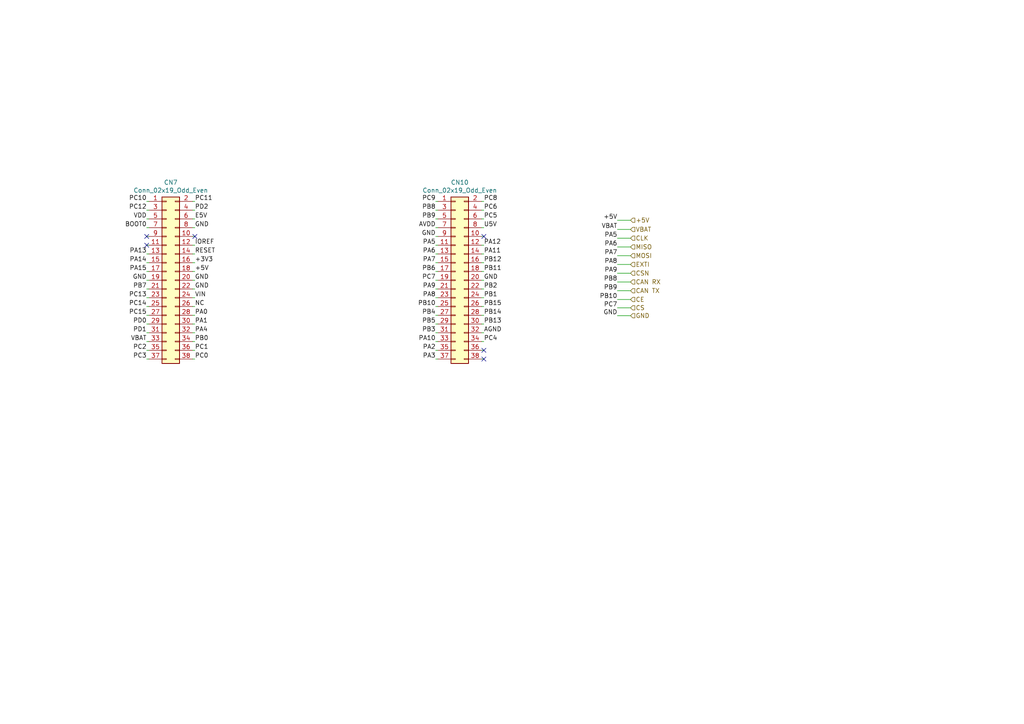
<source format=kicad_sch>
(kicad_sch (version 20211123) (generator eeschema)

  (uuid c264c438-a475-4ad4-9915-0f1e6ecf3053)

  (paper "A4")

  (lib_symbols
    (symbol "Connector_Generic:Conn_02x19_Odd_Even" (pin_names (offset 1.016) hide) (in_bom yes) (on_board yes)
      (property "Reference" "J" (id 0) (at 1.27 25.4 0)
        (effects (font (size 1.27 1.27)))
      )
      (property "Value" "Conn_02x19_Odd_Even" (id 1) (at 1.27 -25.4 0)
        (effects (font (size 1.27 1.27)))
      )
      (property "Footprint" "" (id 2) (at 0 0 0)
        (effects (font (size 1.27 1.27)) hide)
      )
      (property "Datasheet" "~" (id 3) (at 0 0 0)
        (effects (font (size 1.27 1.27)) hide)
      )
      (property "ki_keywords" "connector" (id 4) (at 0 0 0)
        (effects (font (size 1.27 1.27)) hide)
      )
      (property "ki_description" "Generic connector, double row, 02x19, odd/even pin numbering scheme (row 1 odd numbers, row 2 even numbers), script generated (kicad-library-utils/schlib/autogen/connector/)" (id 5) (at 0 0 0)
        (effects (font (size 1.27 1.27)) hide)
      )
      (property "ki_fp_filters" "Connector*:*_2x??_*" (id 6) (at 0 0 0)
        (effects (font (size 1.27 1.27)) hide)
      )
      (symbol "Conn_02x19_Odd_Even_1_1"
        (rectangle (start -1.27 -22.733) (end 0 -22.987)
          (stroke (width 0.1524) (type default) (color 0 0 0 0))
          (fill (type none))
        )
        (rectangle (start -1.27 -20.193) (end 0 -20.447)
          (stroke (width 0.1524) (type default) (color 0 0 0 0))
          (fill (type none))
        )
        (rectangle (start -1.27 -17.653) (end 0 -17.907)
          (stroke (width 0.1524) (type default) (color 0 0 0 0))
          (fill (type none))
        )
        (rectangle (start -1.27 -15.113) (end 0 -15.367)
          (stroke (width 0.1524) (type default) (color 0 0 0 0))
          (fill (type none))
        )
        (rectangle (start -1.27 -12.573) (end 0 -12.827)
          (stroke (width 0.1524) (type default) (color 0 0 0 0))
          (fill (type none))
        )
        (rectangle (start -1.27 -10.033) (end 0 -10.287)
          (stroke (width 0.1524) (type default) (color 0 0 0 0))
          (fill (type none))
        )
        (rectangle (start -1.27 -7.493) (end 0 -7.747)
          (stroke (width 0.1524) (type default) (color 0 0 0 0))
          (fill (type none))
        )
        (rectangle (start -1.27 -4.953) (end 0 -5.207)
          (stroke (width 0.1524) (type default) (color 0 0 0 0))
          (fill (type none))
        )
        (rectangle (start -1.27 -2.413) (end 0 -2.667)
          (stroke (width 0.1524) (type default) (color 0 0 0 0))
          (fill (type none))
        )
        (rectangle (start -1.27 0.127) (end 0 -0.127)
          (stroke (width 0.1524) (type default) (color 0 0 0 0))
          (fill (type none))
        )
        (rectangle (start -1.27 2.667) (end 0 2.413)
          (stroke (width 0.1524) (type default) (color 0 0 0 0))
          (fill (type none))
        )
        (rectangle (start -1.27 5.207) (end 0 4.953)
          (stroke (width 0.1524) (type default) (color 0 0 0 0))
          (fill (type none))
        )
        (rectangle (start -1.27 7.747) (end 0 7.493)
          (stroke (width 0.1524) (type default) (color 0 0 0 0))
          (fill (type none))
        )
        (rectangle (start -1.27 10.287) (end 0 10.033)
          (stroke (width 0.1524) (type default) (color 0 0 0 0))
          (fill (type none))
        )
        (rectangle (start -1.27 12.827) (end 0 12.573)
          (stroke (width 0.1524) (type default) (color 0 0 0 0))
          (fill (type none))
        )
        (rectangle (start -1.27 15.367) (end 0 15.113)
          (stroke (width 0.1524) (type default) (color 0 0 0 0))
          (fill (type none))
        )
        (rectangle (start -1.27 17.907) (end 0 17.653)
          (stroke (width 0.1524) (type default) (color 0 0 0 0))
          (fill (type none))
        )
        (rectangle (start -1.27 20.447) (end 0 20.193)
          (stroke (width 0.1524) (type default) (color 0 0 0 0))
          (fill (type none))
        )
        (rectangle (start -1.27 22.987) (end 0 22.733)
          (stroke (width 0.1524) (type default) (color 0 0 0 0))
          (fill (type none))
        )
        (rectangle (start -1.27 24.13) (end 3.81 -24.13)
          (stroke (width 0.254) (type default) (color 0 0 0 0))
          (fill (type background))
        )
        (rectangle (start 3.81 -22.733) (end 2.54 -22.987)
          (stroke (width 0.1524) (type default) (color 0 0 0 0))
          (fill (type none))
        )
        (rectangle (start 3.81 -20.193) (end 2.54 -20.447)
          (stroke (width 0.1524) (type default) (color 0 0 0 0))
          (fill (type none))
        )
        (rectangle (start 3.81 -17.653) (end 2.54 -17.907)
          (stroke (width 0.1524) (type default) (color 0 0 0 0))
          (fill (type none))
        )
        (rectangle (start 3.81 -15.113) (end 2.54 -15.367)
          (stroke (width 0.1524) (type default) (color 0 0 0 0))
          (fill (type none))
        )
        (rectangle (start 3.81 -12.573) (end 2.54 -12.827)
          (stroke (width 0.1524) (type default) (color 0 0 0 0))
          (fill (type none))
        )
        (rectangle (start 3.81 -10.033) (end 2.54 -10.287)
          (stroke (width 0.1524) (type default) (color 0 0 0 0))
          (fill (type none))
        )
        (rectangle (start 3.81 -7.493) (end 2.54 -7.747)
          (stroke (width 0.1524) (type default) (color 0 0 0 0))
          (fill (type none))
        )
        (rectangle (start 3.81 -4.953) (end 2.54 -5.207)
          (stroke (width 0.1524) (type default) (color 0 0 0 0))
          (fill (type none))
        )
        (rectangle (start 3.81 -2.413) (end 2.54 -2.667)
          (stroke (width 0.1524) (type default) (color 0 0 0 0))
          (fill (type none))
        )
        (rectangle (start 3.81 0.127) (end 2.54 -0.127)
          (stroke (width 0.1524) (type default) (color 0 0 0 0))
          (fill (type none))
        )
        (rectangle (start 3.81 2.667) (end 2.54 2.413)
          (stroke (width 0.1524) (type default) (color 0 0 0 0))
          (fill (type none))
        )
        (rectangle (start 3.81 5.207) (end 2.54 4.953)
          (stroke (width 0.1524) (type default) (color 0 0 0 0))
          (fill (type none))
        )
        (rectangle (start 3.81 7.747) (end 2.54 7.493)
          (stroke (width 0.1524) (type default) (color 0 0 0 0))
          (fill (type none))
        )
        (rectangle (start 3.81 10.287) (end 2.54 10.033)
          (stroke (width 0.1524) (type default) (color 0 0 0 0))
          (fill (type none))
        )
        (rectangle (start 3.81 12.827) (end 2.54 12.573)
          (stroke (width 0.1524) (type default) (color 0 0 0 0))
          (fill (type none))
        )
        (rectangle (start 3.81 15.367) (end 2.54 15.113)
          (stroke (width 0.1524) (type default) (color 0 0 0 0))
          (fill (type none))
        )
        (rectangle (start 3.81 17.907) (end 2.54 17.653)
          (stroke (width 0.1524) (type default) (color 0 0 0 0))
          (fill (type none))
        )
        (rectangle (start 3.81 20.447) (end 2.54 20.193)
          (stroke (width 0.1524) (type default) (color 0 0 0 0))
          (fill (type none))
        )
        (rectangle (start 3.81 22.987) (end 2.54 22.733)
          (stroke (width 0.1524) (type default) (color 0 0 0 0))
          (fill (type none))
        )
        (pin passive line (at -5.08 22.86 0) (length 3.81)
          (name "Pin_1" (effects (font (size 1.27 1.27))))
          (number "1" (effects (font (size 1.27 1.27))))
        )
        (pin passive line (at 7.62 12.7 180) (length 3.81)
          (name "Pin_10" (effects (font (size 1.27 1.27))))
          (number "10" (effects (font (size 1.27 1.27))))
        )
        (pin passive line (at -5.08 10.16 0) (length 3.81)
          (name "Pin_11" (effects (font (size 1.27 1.27))))
          (number "11" (effects (font (size 1.27 1.27))))
        )
        (pin passive line (at 7.62 10.16 180) (length 3.81)
          (name "Pin_12" (effects (font (size 1.27 1.27))))
          (number "12" (effects (font (size 1.27 1.27))))
        )
        (pin passive line (at -5.08 7.62 0) (length 3.81)
          (name "Pin_13" (effects (font (size 1.27 1.27))))
          (number "13" (effects (font (size 1.27 1.27))))
        )
        (pin passive line (at 7.62 7.62 180) (length 3.81)
          (name "Pin_14" (effects (font (size 1.27 1.27))))
          (number "14" (effects (font (size 1.27 1.27))))
        )
        (pin passive line (at -5.08 5.08 0) (length 3.81)
          (name "Pin_15" (effects (font (size 1.27 1.27))))
          (number "15" (effects (font (size 1.27 1.27))))
        )
        (pin passive line (at 7.62 5.08 180) (length 3.81)
          (name "Pin_16" (effects (font (size 1.27 1.27))))
          (number "16" (effects (font (size 1.27 1.27))))
        )
        (pin passive line (at -5.08 2.54 0) (length 3.81)
          (name "Pin_17" (effects (font (size 1.27 1.27))))
          (number "17" (effects (font (size 1.27 1.27))))
        )
        (pin passive line (at 7.62 2.54 180) (length 3.81)
          (name "Pin_18" (effects (font (size 1.27 1.27))))
          (number "18" (effects (font (size 1.27 1.27))))
        )
        (pin passive line (at -5.08 0 0) (length 3.81)
          (name "Pin_19" (effects (font (size 1.27 1.27))))
          (number "19" (effects (font (size 1.27 1.27))))
        )
        (pin passive line (at 7.62 22.86 180) (length 3.81)
          (name "Pin_2" (effects (font (size 1.27 1.27))))
          (number "2" (effects (font (size 1.27 1.27))))
        )
        (pin passive line (at 7.62 0 180) (length 3.81)
          (name "Pin_20" (effects (font (size 1.27 1.27))))
          (number "20" (effects (font (size 1.27 1.27))))
        )
        (pin passive line (at -5.08 -2.54 0) (length 3.81)
          (name "Pin_21" (effects (font (size 1.27 1.27))))
          (number "21" (effects (font (size 1.27 1.27))))
        )
        (pin passive line (at 7.62 -2.54 180) (length 3.81)
          (name "Pin_22" (effects (font (size 1.27 1.27))))
          (number "22" (effects (font (size 1.27 1.27))))
        )
        (pin passive line (at -5.08 -5.08 0) (length 3.81)
          (name "Pin_23" (effects (font (size 1.27 1.27))))
          (number "23" (effects (font (size 1.27 1.27))))
        )
        (pin passive line (at 7.62 -5.08 180) (length 3.81)
          (name "Pin_24" (effects (font (size 1.27 1.27))))
          (number "24" (effects (font (size 1.27 1.27))))
        )
        (pin passive line (at -5.08 -7.62 0) (length 3.81)
          (name "Pin_25" (effects (font (size 1.27 1.27))))
          (number "25" (effects (font (size 1.27 1.27))))
        )
        (pin passive line (at 7.62 -7.62 180) (length 3.81)
          (name "Pin_26" (effects (font (size 1.27 1.27))))
          (number "26" (effects (font (size 1.27 1.27))))
        )
        (pin passive line (at -5.08 -10.16 0) (length 3.81)
          (name "Pin_27" (effects (font (size 1.27 1.27))))
          (number "27" (effects (font (size 1.27 1.27))))
        )
        (pin passive line (at 7.62 -10.16 180) (length 3.81)
          (name "Pin_28" (effects (font (size 1.27 1.27))))
          (number "28" (effects (font (size 1.27 1.27))))
        )
        (pin passive line (at -5.08 -12.7 0) (length 3.81)
          (name "Pin_29" (effects (font (size 1.27 1.27))))
          (number "29" (effects (font (size 1.27 1.27))))
        )
        (pin passive line (at -5.08 20.32 0) (length 3.81)
          (name "Pin_3" (effects (font (size 1.27 1.27))))
          (number "3" (effects (font (size 1.27 1.27))))
        )
        (pin passive line (at 7.62 -12.7 180) (length 3.81)
          (name "Pin_30" (effects (font (size 1.27 1.27))))
          (number "30" (effects (font (size 1.27 1.27))))
        )
        (pin passive line (at -5.08 -15.24 0) (length 3.81)
          (name "Pin_31" (effects (font (size 1.27 1.27))))
          (number "31" (effects (font (size 1.27 1.27))))
        )
        (pin passive line (at 7.62 -15.24 180) (length 3.81)
          (name "Pin_32" (effects (font (size 1.27 1.27))))
          (number "32" (effects (font (size 1.27 1.27))))
        )
        (pin passive line (at -5.08 -17.78 0) (length 3.81)
          (name "Pin_33" (effects (font (size 1.27 1.27))))
          (number "33" (effects (font (size 1.27 1.27))))
        )
        (pin passive line (at 7.62 -17.78 180) (length 3.81)
          (name "Pin_34" (effects (font (size 1.27 1.27))))
          (number "34" (effects (font (size 1.27 1.27))))
        )
        (pin passive line (at -5.08 -20.32 0) (length 3.81)
          (name "Pin_35" (effects (font (size 1.27 1.27))))
          (number "35" (effects (font (size 1.27 1.27))))
        )
        (pin passive line (at 7.62 -20.32 180) (length 3.81)
          (name "Pin_36" (effects (font (size 1.27 1.27))))
          (number "36" (effects (font (size 1.27 1.27))))
        )
        (pin passive line (at -5.08 -22.86 0) (length 3.81)
          (name "Pin_37" (effects (font (size 1.27 1.27))))
          (number "37" (effects (font (size 1.27 1.27))))
        )
        (pin passive line (at 7.62 -22.86 180) (length 3.81)
          (name "Pin_38" (effects (font (size 1.27 1.27))))
          (number "38" (effects (font (size 1.27 1.27))))
        )
        (pin passive line (at 7.62 20.32 180) (length 3.81)
          (name "Pin_4" (effects (font (size 1.27 1.27))))
          (number "4" (effects (font (size 1.27 1.27))))
        )
        (pin passive line (at -5.08 17.78 0) (length 3.81)
          (name "Pin_5" (effects (font (size 1.27 1.27))))
          (number "5" (effects (font (size 1.27 1.27))))
        )
        (pin passive line (at 7.62 17.78 180) (length 3.81)
          (name "Pin_6" (effects (font (size 1.27 1.27))))
          (number "6" (effects (font (size 1.27 1.27))))
        )
        (pin passive line (at -5.08 15.24 0) (length 3.81)
          (name "Pin_7" (effects (font (size 1.27 1.27))))
          (number "7" (effects (font (size 1.27 1.27))))
        )
        (pin passive line (at 7.62 15.24 180) (length 3.81)
          (name "Pin_8" (effects (font (size 1.27 1.27))))
          (number "8" (effects (font (size 1.27 1.27))))
        )
        (pin passive line (at -5.08 12.7 0) (length 3.81)
          (name "Pin_9" (effects (font (size 1.27 1.27))))
          (number "9" (effects (font (size 1.27 1.27))))
        )
      )
    )
  )


  (no_connect (at 140.335 68.58) (uuid 30b0d063-126a-4eed-ba47-4b83bffb5480))
  (no_connect (at 140.335 101.6) (uuid 30b0d063-126a-4eed-ba47-4b83bffb5481))
  (no_connect (at 56.515 68.58) (uuid 30b0d063-126a-4eed-ba47-4b83bffb5482))
  (no_connect (at 42.545 71.12) (uuid 4205b5cb-3da6-4d7d-82b0-16841cdee7c7))
  (no_connect (at 42.545 68.58) (uuid 96fd4a95-657d-4c13-837d-324715a5db4b))
  (no_connect (at 140.335 104.14) (uuid e0169cea-3629-4466-b967-eb2020e14ac5))

  (wire (pts (xy 42.545 78.74) (xy 43.18 78.74))
    (stroke (width 0) (type default) (color 0 0 0 0))
    (uuid 001f7bc6-a2d9-458e-a848-ce098205d771)
  )
  (wire (pts (xy 42.545 71.12) (xy 43.18 71.12))
    (stroke (width 0) (type default) (color 0 0 0 0))
    (uuid 0be6313d-5157-4c56-b54f-3c5e7ea8d653)
  )
  (wire (pts (xy 179.07 66.548) (xy 182.88 66.548))
    (stroke (width 0) (type default) (color 0 0 0 0))
    (uuid 0cc9bf07-55b9-458f-b8aa-41b2f51fa940)
  )
  (wire (pts (xy 55.88 71.12) (xy 56.515 71.12))
    (stroke (width 0) (type default) (color 0 0 0 0))
    (uuid 0d8d602c-ae81-469a-97c6-66c26e83f672)
  )
  (wire (pts (xy 126.365 71.12) (xy 127 71.12))
    (stroke (width 0) (type default) (color 0 0 0 0))
    (uuid 0e9096a0-43b7-4954-83b6-55509daeb709)
  )
  (wire (pts (xy 55.88 96.52) (xy 56.515 96.52))
    (stroke (width 0) (type default) (color 0 0 0 0))
    (uuid 101828dd-7545-40da-bef3-c64a44a6a921)
  )
  (wire (pts (xy 42.545 101.6) (xy 43.18 101.6))
    (stroke (width 0) (type default) (color 0 0 0 0))
    (uuid 133c3f16-31df-463f-ac1d-59e70bc54f74)
  )
  (wire (pts (xy 126.365 91.44) (xy 127 91.44))
    (stroke (width 0) (type default) (color 0 0 0 0))
    (uuid 14874352-2184-405b-b013-12b82b142f0d)
  )
  (wire (pts (xy 42.545 68.58) (xy 43.18 68.58))
    (stroke (width 0) (type default) (color 0 0 0 0))
    (uuid 1c23e44e-e76a-4e94-aa49-6195fcda86f6)
  )
  (wire (pts (xy 42.545 86.36) (xy 43.18 86.36))
    (stroke (width 0) (type default) (color 0 0 0 0))
    (uuid 1c695c73-6684-4afb-b99e-113827452611)
  )
  (wire (pts (xy 55.88 101.6) (xy 56.515 101.6))
    (stroke (width 0) (type default) (color 0 0 0 0))
    (uuid 1fdd8018-88f9-4d99-aabf-1c4bbd1ba4ab)
  )
  (wire (pts (xy 179.07 89.281) (xy 182.88 89.281))
    (stroke (width 0) (type default) (color 0 0 0 0))
    (uuid 235067e2-1686-40fe-a9a0-61704311b2b1)
  )
  (wire (pts (xy 42.545 58.42) (xy 43.18 58.42))
    (stroke (width 0) (type default) (color 0 0 0 0))
    (uuid 29c2f143-19c4-41b7-b885-75fd5c46d07f)
  )
  (wire (pts (xy 42.545 81.28) (xy 43.18 81.28))
    (stroke (width 0) (type default) (color 0 0 0 0))
    (uuid 2d03173b-64f4-413d-bce9-11ad76ebb8a2)
  )
  (wire (pts (xy 179.07 74.168) (xy 182.88 74.168))
    (stroke (width 0) (type default) (color 0 0 0 0))
    (uuid 2de1ffee-2174-41d2-8969-68b8d21e5a7d)
  )
  (wire (pts (xy 42.545 104.14) (xy 43.18 104.14))
    (stroke (width 0) (type default) (color 0 0 0 0))
    (uuid 2f1012af-69f0-4603-bee3-f0dad0b1c5b6)
  )
  (wire (pts (xy 179.07 86.868) (xy 182.88 86.868))
    (stroke (width 0) (type default) (color 0 0 0 0))
    (uuid 31f91ec8-56e4-4e08-9ccd-012652772211)
  )
  (wire (pts (xy 55.88 76.2) (xy 56.515 76.2))
    (stroke (width 0) (type default) (color 0 0 0 0))
    (uuid 344e2779-d3ca-4b8a-a24e-497b4cbd5399)
  )
  (wire (pts (xy 139.7 99.06) (xy 140.335 99.06))
    (stroke (width 0) (type default) (color 0 0 0 0))
    (uuid 346f622d-8d2d-4ff2-b490-c7dbc75f99de)
  )
  (wire (pts (xy 179.07 84.328) (xy 182.88 84.328))
    (stroke (width 0) (type default) (color 0 0 0 0))
    (uuid 34c0bee6-7425-4435-8857-d1fe8dfb6d89)
  )
  (wire (pts (xy 42.545 60.96) (xy 43.18 60.96))
    (stroke (width 0) (type default) (color 0 0 0 0))
    (uuid 3c491408-4bde-42e9-8595-6d40759af826)
  )
  (wire (pts (xy 182.88 81.788) (xy 179.07 81.788))
    (stroke (width 0) (type default) (color 0 0 0 0))
    (uuid 3c9169cc-3a77-4ae0-8afc-cbfc472a28c5)
  )
  (wire (pts (xy 179.07 79.248) (xy 182.88 79.248))
    (stroke (width 0) (type default) (color 0 0 0 0))
    (uuid 3e57b728-64e6-4470-8f27-a43c0dd85050)
  )
  (wire (pts (xy 139.7 68.58) (xy 140.335 68.58))
    (stroke (width 0) (type default) (color 0 0 0 0))
    (uuid 41430684-c315-4eea-961a-9ede4377c347)
  )
  (wire (pts (xy 42.545 88.9) (xy 43.18 88.9))
    (stroke (width 0) (type default) (color 0 0 0 0))
    (uuid 421566d7-92ea-42a4-87c2-de4cbdd16be7)
  )
  (wire (pts (xy 55.88 91.44) (xy 56.515 91.44))
    (stroke (width 0) (type default) (color 0 0 0 0))
    (uuid 46ab3f08-9ed2-4f96-980e-c09bd06a74f4)
  )
  (wire (pts (xy 139.7 78.74) (xy 140.335 78.74))
    (stroke (width 0) (type default) (color 0 0 0 0))
    (uuid 46e43b63-a5cd-4cfc-bf39-f576404081de)
  )
  (wire (pts (xy 139.7 71.12) (xy 140.335 71.12))
    (stroke (width 0) (type default) (color 0 0 0 0))
    (uuid 4b97c735-da95-4fd7-a60e-38eecf00ed9f)
  )
  (wire (pts (xy 55.88 78.74) (xy 56.515 78.74))
    (stroke (width 0) (type default) (color 0 0 0 0))
    (uuid 4f392a4d-d3a2-4527-9681-3948993b3c53)
  )
  (wire (pts (xy 139.7 83.82) (xy 140.335 83.82))
    (stroke (width 0) (type default) (color 0 0 0 0))
    (uuid 50b3fdc6-1522-4c71-a3a7-ab1a86abd8d1)
  )
  (wire (pts (xy 126.365 63.5) (xy 127 63.5))
    (stroke (width 0) (type default) (color 0 0 0 0))
    (uuid 51b18456-8852-4cce-ad37-628dd1c4103a)
  )
  (wire (pts (xy 139.7 96.52) (xy 140.335 96.52))
    (stroke (width 0) (type default) (color 0 0 0 0))
    (uuid 51dae718-2617-4327-804c-2e8c765562be)
  )
  (wire (pts (xy 126.365 101.6) (xy 127 101.6))
    (stroke (width 0) (type default) (color 0 0 0 0))
    (uuid 5742f2a0-4f94-49ce-8407-0d9d7fc66425)
  )
  (wire (pts (xy 126.365 60.96) (xy 127 60.96))
    (stroke (width 0) (type default) (color 0 0 0 0))
    (uuid 5cca369a-4000-4866-9f59-a860c249364d)
  )
  (wire (pts (xy 139.7 63.5) (xy 140.335 63.5))
    (stroke (width 0) (type default) (color 0 0 0 0))
    (uuid 6252e878-2207-46b1-a708-9050bc6b8f82)
  )
  (wire (pts (xy 139.7 60.96) (xy 140.335 60.96))
    (stroke (width 0) (type default) (color 0 0 0 0))
    (uuid 65136ce0-c157-4c6f-8552-a1b1992ceb59)
  )
  (wire (pts (xy 139.7 101.6) (xy 140.335 101.6))
    (stroke (width 0) (type default) (color 0 0 0 0))
    (uuid 676fd6c3-fe15-4c3d-81e1-ab0f8e363129)
  )
  (wire (pts (xy 42.545 83.82) (xy 43.18 83.82))
    (stroke (width 0) (type default) (color 0 0 0 0))
    (uuid 67dbde09-f06f-4f83-86cb-4eecc57a5ae6)
  )
  (wire (pts (xy 126.365 76.2) (xy 127 76.2))
    (stroke (width 0) (type default) (color 0 0 0 0))
    (uuid 68d92a0c-146b-4670-b302-d7feb2ad7aff)
  )
  (wire (pts (xy 179.07 91.567) (xy 182.88 91.567))
    (stroke (width 0) (type default) (color 0 0 0 0))
    (uuid 6cb535a7-247d-4f99-997d-c21b160eadfa)
  )
  (wire (pts (xy 126.365 83.82) (xy 127 83.82))
    (stroke (width 0) (type default) (color 0 0 0 0))
    (uuid 6e25993f-80b9-40d2-ae51-2466d4834a89)
  )
  (wire (pts (xy 55.88 88.9) (xy 56.515 88.9))
    (stroke (width 0) (type default) (color 0 0 0 0))
    (uuid 7071a5ba-391a-4563-9076-6b41b906b436)
  )
  (wire (pts (xy 55.88 73.66) (xy 56.515 73.66))
    (stroke (width 0) (type default) (color 0 0 0 0))
    (uuid 71d52659-683d-45e5-8cac-09da0a6d01b6)
  )
  (wire (pts (xy 139.7 86.36) (xy 140.335 86.36))
    (stroke (width 0) (type default) (color 0 0 0 0))
    (uuid 7279d4ac-8979-420b-a209-34b1011a2ff5)
  )
  (wire (pts (xy 126.365 68.58) (xy 127 68.58))
    (stroke (width 0) (type default) (color 0 0 0 0))
    (uuid 79acba23-42ca-4780-96f5-6c4859ebf847)
  )
  (wire (pts (xy 139.7 88.9) (xy 140.335 88.9))
    (stroke (width 0) (type default) (color 0 0 0 0))
    (uuid 7a9be427-ba6f-4310-a49b-280190aeb9fc)
  )
  (wire (pts (xy 55.88 60.96) (xy 56.515 60.96))
    (stroke (width 0) (type default) (color 0 0 0 0))
    (uuid 7cebb70e-2513-4b38-9998-bc8b9678d032)
  )
  (wire (pts (xy 179.07 76.708) (xy 182.88 76.708))
    (stroke (width 0) (type default) (color 0 0 0 0))
    (uuid 84d4e166-b429-409a-ab37-c6a10fd82ff5)
  )
  (wire (pts (xy 55.88 58.42) (xy 56.515 58.42))
    (stroke (width 0) (type default) (color 0 0 0 0))
    (uuid 84dbf88f-a566-49cb-a76c-2c3da0051450)
  )
  (wire (pts (xy 126.365 104.14) (xy 127 104.14))
    (stroke (width 0) (type default) (color 0 0 0 0))
    (uuid 899c1e66-979b-48d1-91a4-1ad91a1b5d7b)
  )
  (wire (pts (xy 126.365 93.98) (xy 127 93.98))
    (stroke (width 0) (type default) (color 0 0 0 0))
    (uuid 8bbfd18d-bd23-4f04-b89f-a55527866a12)
  )
  (wire (pts (xy 126.365 99.06) (xy 127 99.06))
    (stroke (width 0) (type default) (color 0 0 0 0))
    (uuid 8cb2a28b-f15e-48af-b0e1-a3d562249103)
  )
  (wire (pts (xy 42.545 76.2) (xy 43.18 76.2))
    (stroke (width 0) (type default) (color 0 0 0 0))
    (uuid 8d4cd47b-78c5-4cd7-a494-4c40af87f61a)
  )
  (wire (pts (xy 139.7 104.14) (xy 140.335 104.14))
    (stroke (width 0) (type default) (color 0 0 0 0))
    (uuid 8e923355-a77e-4941-a9bc-ecd0c654f823)
  )
  (wire (pts (xy 139.7 66.04) (xy 140.335 66.04))
    (stroke (width 0) (type default) (color 0 0 0 0))
    (uuid 8fff05e9-d6b6-4dc6-a16e-6f64b4caa625)
  )
  (wire (pts (xy 55.88 83.82) (xy 56.515 83.82))
    (stroke (width 0) (type default) (color 0 0 0 0))
    (uuid 90decd66-947c-48f3-b5cc-139c72597575)
  )
  (wire (pts (xy 55.88 81.28) (xy 56.515 81.28))
    (stroke (width 0) (type default) (color 0 0 0 0))
    (uuid 921c0d9f-62ec-4499-8e99-e92dca343a66)
  )
  (wire (pts (xy 55.88 66.04) (xy 56.515 66.04))
    (stroke (width 0) (type default) (color 0 0 0 0))
    (uuid 95254009-634e-4d56-880f-446c022a099c)
  )
  (wire (pts (xy 42.545 73.66) (xy 43.18 73.66))
    (stroke (width 0) (type default) (color 0 0 0 0))
    (uuid a269d430-358a-4dc6-9bbb-67e650e2f8ab)
  )
  (wire (pts (xy 179.07 63.881) (xy 182.88 63.881))
    (stroke (width 0) (type default) (color 0 0 0 0))
    (uuid a599509f-fbb9-4db4-9adf-9e96bab1138d)
  )
  (wire (pts (xy 179.07 69.088) (xy 182.88 69.088))
    (stroke (width 0) (type default) (color 0 0 0 0))
    (uuid a7f2e97b-29f3-44fd-bf8a-97a3c1528b61)
  )
  (wire (pts (xy 55.88 68.58) (xy 56.515 68.58))
    (stroke (width 0) (type default) (color 0 0 0 0))
    (uuid b3e8ee36-4889-465f-962b-e5f603e0da07)
  )
  (wire (pts (xy 55.88 63.5) (xy 56.515 63.5))
    (stroke (width 0) (type default) (color 0 0 0 0))
    (uuid c49de291-4f40-4b4a-a42d-a9218ebf31a4)
  )
  (wire (pts (xy 126.365 66.04) (xy 127 66.04))
    (stroke (width 0) (type default) (color 0 0 0 0))
    (uuid c7ef989b-f153-42af-a4c4-b1a9245ffc07)
  )
  (wire (pts (xy 139.7 91.44) (xy 140.335 91.44))
    (stroke (width 0) (type default) (color 0 0 0 0))
    (uuid c88c9048-0b08-4075-93d3-ca65c9ab9bec)
  )
  (wire (pts (xy 42.545 66.04) (xy 43.18 66.04))
    (stroke (width 0) (type default) (color 0 0 0 0))
    (uuid ca74cfc4-c236-4acf-a39d-e611501f25ff)
  )
  (wire (pts (xy 55.88 104.14) (xy 56.515 104.14))
    (stroke (width 0) (type default) (color 0 0 0 0))
    (uuid cc4251e2-ce35-4b5c-8e12-3c56db3952f3)
  )
  (wire (pts (xy 126.365 88.9) (xy 127 88.9))
    (stroke (width 0) (type default) (color 0 0 0 0))
    (uuid cf88092c-7bce-4684-b2d2-b431b9685586)
  )
  (wire (pts (xy 139.7 58.42) (xy 140.335 58.42))
    (stroke (width 0) (type default) (color 0 0 0 0))
    (uuid cfced35f-9e1f-4634-8976-099d5ed82eea)
  )
  (wire (pts (xy 126.365 86.36) (xy 127 86.36))
    (stroke (width 0) (type default) (color 0 0 0 0))
    (uuid d224966f-6d10-4fd7-8a0b-316a960ce735)
  )
  (wire (pts (xy 126.365 78.74) (xy 127 78.74))
    (stroke (width 0) (type default) (color 0 0 0 0))
    (uuid d49f803e-e6c7-4f21-af0d-39ee84dad7e2)
  )
  (wire (pts (xy 139.7 93.98) (xy 140.335 93.98))
    (stroke (width 0) (type default) (color 0 0 0 0))
    (uuid d784d685-9cf8-48be-9837-eb944ed520d8)
  )
  (wire (pts (xy 55.88 99.06) (xy 56.515 99.06))
    (stroke (width 0) (type default) (color 0 0 0 0))
    (uuid daa2a965-d8c0-4666-9e71-9b9e0de6b84b)
  )
  (wire (pts (xy 42.545 93.98) (xy 43.18 93.98))
    (stroke (width 0) (type default) (color 0 0 0 0))
    (uuid db68d417-8c3f-4d02-8d92-2d8294118dc1)
  )
  (wire (pts (xy 139.7 76.2) (xy 140.335 76.2))
    (stroke (width 0) (type default) (color 0 0 0 0))
    (uuid dc5a0120-bded-48b6-b52d-3949771357f7)
  )
  (wire (pts (xy 126.365 58.42) (xy 127 58.42))
    (stroke (width 0) (type default) (color 0 0 0 0))
    (uuid dd8f0a6b-b51a-481b-ab21-b20365d52ba5)
  )
  (wire (pts (xy 139.7 73.66) (xy 140.335 73.66))
    (stroke (width 0) (type default) (color 0 0 0 0))
    (uuid e07318f2-a1ec-4fea-b055-915a0acf6187)
  )
  (wire (pts (xy 55.88 86.36) (xy 56.515 86.36))
    (stroke (width 0) (type default) (color 0 0 0 0))
    (uuid e0fdafdd-b203-406e-be30-5367c57a0b84)
  )
  (wire (pts (xy 42.545 63.5) (xy 43.18 63.5))
    (stroke (width 0) (type default) (color 0 0 0 0))
    (uuid e58dadef-b63c-4639-942e-b3841f663f27)
  )
  (wire (pts (xy 179.07 71.628) (xy 182.88 71.628))
    (stroke (width 0) (type default) (color 0 0 0 0))
    (uuid e87738fc-e372-4c48-9de9-398fd8b4874c)
  )
  (wire (pts (xy 126.365 73.66) (xy 127 73.66))
    (stroke (width 0) (type default) (color 0 0 0 0))
    (uuid e9e9ef29-10c7-407e-b0e3-ab970ce143df)
  )
  (wire (pts (xy 42.545 91.44) (xy 43.18 91.44))
    (stroke (width 0) (type default) (color 0 0 0 0))
    (uuid eb9614b2-8275-433c-87bf-8e651c248c9b)
  )
  (wire (pts (xy 55.88 93.98) (xy 56.515 93.98))
    (stroke (width 0) (type default) (color 0 0 0 0))
    (uuid ebe7d2c1-2b93-4ec2-b17d-948d2b0daed2)
  )
  (wire (pts (xy 126.365 81.28) (xy 127 81.28))
    (stroke (width 0) (type default) (color 0 0 0 0))
    (uuid f5827182-ceb9-4881-92e5-f1ee488430d0)
  )
  (wire (pts (xy 139.7 81.28) (xy 140.335 81.28))
    (stroke (width 0) (type default) (color 0 0 0 0))
    (uuid f7627adf-0789-4478-9350-cb5b6187ffa7)
  )
  (wire (pts (xy 42.545 96.52) (xy 43.18 96.52))
    (stroke (width 0) (type default) (color 0 0 0 0))
    (uuid f86b973b-bbe4-4041-8efe-650ad5189085)
  )
  (wire (pts (xy 126.365 96.52) (xy 127 96.52))
    (stroke (width 0) (type default) (color 0 0 0 0))
    (uuid fac6b0a0-7233-40a8-be4c-ac5bed0f973f)
  )
  (wire (pts (xy 42.545 99.06) (xy 43.18 99.06))
    (stroke (width 0) (type default) (color 0 0 0 0))
    (uuid fcee77ae-1131-4b54-b2c9-ce86a1e232bf)
  )

  (label "PC7" (at 126.365 81.28 180)
    (effects (font (size 1.27 1.27)) (justify right bottom))
    (uuid 026ed613-bc24-4f3c-ab38-34297a1c9d96)
  )
  (label "VIN" (at 56.515 86.36 0)
    (effects (font (size 1.27 1.27)) (justify left bottom))
    (uuid 03b222f2-b421-4321-bd3f-6d6f6cf41dce)
  )
  (label "PA8" (at 126.365 86.36 180)
    (effects (font (size 1.27 1.27)) (justify right bottom))
    (uuid 04a7b8e8-9c70-4cbb-9cf9-a0493691c8ae)
  )
  (label "PA4" (at 56.515 96.52 0)
    (effects (font (size 1.27 1.27)) (justify left bottom))
    (uuid 05af8abe-1183-452c-805a-9d3d3d5e16a0)
  )
  (label "PA6" (at 126.365 73.66 180)
    (effects (font (size 1.27 1.27)) (justify right bottom))
    (uuid 07370b27-158a-4455-a1fb-45de038393a4)
  )
  (label "VBAT" (at 42.545 99.06 180)
    (effects (font (size 1.27 1.27)) (justify right bottom))
    (uuid 0a66bed4-3e5d-4a2f-878f-1d43cbc7a6c9)
  )
  (label "PC3" (at 42.545 104.14 180)
    (effects (font (size 1.27 1.27)) (justify right bottom))
    (uuid 0d30cd09-d09b-45fc-b775-4788a946f1c9)
  )
  (label "PB1" (at 140.335 86.36 0)
    (effects (font (size 1.27 1.27)) (justify left bottom))
    (uuid 0e02695e-3c9c-4c35-b6f3-e46f272b008b)
  )
  (label "GND" (at 140.335 81.28 0)
    (effects (font (size 1.27 1.27)) (justify left bottom))
    (uuid 0f64a019-e0fb-4cbe-bbee-459b093c5c66)
  )
  (label "E5V" (at 56.515 63.5 0)
    (effects (font (size 1.27 1.27)) (justify left bottom))
    (uuid 16965477-0b5e-467d-928c-8cd018e8eafd)
  )
  (label "PB14" (at 140.335 91.44 0)
    (effects (font (size 1.27 1.27)) (justify left bottom))
    (uuid 1891a343-2c95-4c2a-b897-4ca130a4d929)
  )
  (label "PC14" (at 42.545 88.9 180)
    (effects (font (size 1.27 1.27)) (justify right bottom))
    (uuid 1ae021f3-f59e-42da-80cc-ffc64d9d0674)
  )
  (label "GND" (at 179.07 91.567 180)
    (effects (font (size 1.27 1.27)) (justify right bottom))
    (uuid 1cb22080-0f59-4c18-a6e6-8685ef44ec53)
  )
  (label "PB2" (at 140.335 83.82 0)
    (effects (font (size 1.27 1.27)) (justify left bottom))
    (uuid 1ec56144-e622-4c42-8a11-4eefdbd50443)
  )
  (label "PA8" (at 179.07 76.708 180)
    (effects (font (size 1.27 1.27)) (justify right bottom))
    (uuid 2165c9a4-eb84-4cb6-a870-2fdc39d2511b)
  )
  (label "PB15" (at 140.335 88.9 0)
    (effects (font (size 1.27 1.27)) (justify left bottom))
    (uuid 223c9d5a-c15f-4cca-a990-0fb4551fb36e)
  )
  (label "RESET" (at 56.515 73.66 0)
    (effects (font (size 1.27 1.27)) (justify left bottom))
    (uuid 227e8405-1e6f-4ec9-87a7-0a40aee73ead)
  )
  (label "GND" (at 126.365 68.58 180)
    (effects (font (size 1.27 1.27)) (justify right bottom))
    (uuid 24102211-0464-4914-90d9-71347b7fcfaa)
  )
  (label "PA14" (at 42.545 76.2 180)
    (effects (font (size 1.27 1.27)) (justify right bottom))
    (uuid 2e5af9c0-c36c-4efa-9541-3967c8b3210f)
  )
  (label "PA10" (at 126.365 99.06 180)
    (effects (font (size 1.27 1.27)) (justify right bottom))
    (uuid 314efe0c-5ce7-4ab9-823c-4cffd8f39508)
  )
  (label "PB11" (at 140.335 78.74 0)
    (effects (font (size 1.27 1.27)) (justify left bottom))
    (uuid 34b93f13-9063-48d4-99e8-5bbe89731198)
  )
  (label "PA9" (at 126.365 83.82 180)
    (effects (font (size 1.27 1.27)) (justify right bottom))
    (uuid 3a7a1066-a799-40e7-918d-8a8d7527b4f9)
  )
  (label "AGND" (at 140.335 96.52 0)
    (effects (font (size 1.27 1.27)) (justify left bottom))
    (uuid 3c282ed9-ea1c-45a1-adaa-a064187d9928)
  )
  (label "BOOT0" (at 42.545 66.04 180)
    (effects (font (size 1.27 1.27)) (justify right bottom))
    (uuid 3da155dd-f733-4019-ac32-70195979bd3c)
  )
  (label "PA2" (at 126.365 101.6 180)
    (effects (font (size 1.27 1.27)) (justify right bottom))
    (uuid 3f1c327f-df1a-4649-8447-1b437d9db9e1)
  )
  (label "PC15" (at 42.545 91.44 180)
    (effects (font (size 1.27 1.27)) (justify right bottom))
    (uuid 491fcc44-25c8-47d1-aaca-26f5edf31fc2)
  )
  (label "GND" (at 56.515 83.82 0)
    (effects (font (size 1.27 1.27)) (justify left bottom))
    (uuid 4bd4e031-a380-4b97-a2bb-6ffdefb95376)
  )
  (label "GND" (at 56.515 81.28 0)
    (effects (font (size 1.27 1.27)) (justify left bottom))
    (uuid 4c281a99-3a6b-44dc-8cbd-1a650e634550)
  )
  (label "PB6" (at 126.365 78.74 180)
    (effects (font (size 1.27 1.27)) (justify right bottom))
    (uuid 4c7e9169-59c8-44e1-a8c2-2a8d970185ab)
  )
  (label "PB13" (at 140.335 93.98 0)
    (effects (font (size 1.27 1.27)) (justify left bottom))
    (uuid 4d0281d6-0577-4d28-bef1-7a62fcbfd297)
  )
  (label "PC4" (at 140.335 99.06 0)
    (effects (font (size 1.27 1.27)) (justify left bottom))
    (uuid 50c30e60-d4ad-42b9-b8d5-44509e3830b7)
  )
  (label "PB4" (at 126.365 91.44 180)
    (effects (font (size 1.27 1.27)) (justify right bottom))
    (uuid 5b270db6-7921-4f92-b7e9-14ade3f724ae)
  )
  (label "PD2" (at 56.515 60.96 0)
    (effects (font (size 1.27 1.27)) (justify left bottom))
    (uuid 5b72a814-3f9f-4fdb-aee7-4ab821170588)
  )
  (label "PC6" (at 140.335 60.96 0)
    (effects (font (size 1.27 1.27)) (justify left bottom))
    (uuid 5bc97c2b-f409-4378-acf9-509eb3773637)
  )
  (label "PB9" (at 179.07 84.328 180)
    (effects (font (size 1.27 1.27)) (justify right bottom))
    (uuid 5e7c3a32-8dda-4e6a-9838-c94d1f165575)
  )
  (label "PB8" (at 179.07 81.788 180)
    (effects (font (size 1.27 1.27)) (justify right bottom))
    (uuid 5f31b97b-d794-46d6-bbd9-7a5638bcf704)
  )
  (label "PB0" (at 56.515 99.06 0)
    (effects (font (size 1.27 1.27)) (justify left bottom))
    (uuid 5f90097f-80ce-43b5-84c6-9249f1d8b40b)
  )
  (label "VDD" (at 42.545 63.5 180)
    (effects (font (size 1.27 1.27)) (justify right bottom))
    (uuid 62cdd274-0d0e-480b-b013-205cd337f91d)
  )
  (label "GND" (at 56.515 66.04 0)
    (effects (font (size 1.27 1.27)) (justify left bottom))
    (uuid 633d96b3-1d31-4dd0-ae85-bb940cb32dc1)
  )
  (label "PA12" (at 140.335 71.12 0)
    (effects (font (size 1.27 1.27)) (justify left bottom))
    (uuid 66b1179a-0478-4cc4-9747-b9c3707512b9)
  )
  (label "PA5" (at 179.07 69.088 180)
    (effects (font (size 1.27 1.27)) (justify right bottom))
    (uuid 6cb93665-0bcd-4104-8633-fffd1811eee0)
  )
  (label "PC10" (at 42.545 58.42 180)
    (effects (font (size 1.27 1.27)) (justify right bottom))
    (uuid 6e8cb976-835d-4dea-921c-d814d852f4cb)
  )
  (label "PC7" (at 179.07 89.281 180)
    (effects (font (size 1.27 1.27)) (justify right bottom))
    (uuid 701e1517-e8cf-46f4-b538-98e721c97380)
  )
  (label "+3V3" (at 56.515 76.2 0)
    (effects (font (size 1.27 1.27)) (justify left bottom))
    (uuid 72fba561-6feb-4ec4-857e-589070aeca66)
  )
  (label "IOREF" (at 56.515 71.12 0)
    (effects (font (size 1.27 1.27)) (justify left bottom))
    (uuid 7524e0ca-0c29-49e7-a273-81bb3a4eaa1c)
  )
  (label "PC13" (at 42.545 86.36 180)
    (effects (font (size 1.27 1.27)) (justify right bottom))
    (uuid 79845dfb-b6ce-4e73-a348-5d7e892fd9bb)
  )
  (label "PC11" (at 56.515 58.42 0)
    (effects (font (size 1.27 1.27)) (justify left bottom))
    (uuid 7cc2117a-75f3-473b-aa3c-f6f0c8514e37)
  )
  (label "PA3" (at 126.365 104.14 180)
    (effects (font (size 1.27 1.27)) (justify right bottom))
    (uuid 7ddfef92-d203-4cdc-aa90-99dc4c1df7c3)
  )
  (label "PA7" (at 179.07 74.168 180)
    (effects (font (size 1.27 1.27)) (justify right bottom))
    (uuid 7f2b3ce3-2f20-426d-b769-e0329b6a8111)
  )
  (label "PB8" (at 126.365 60.96 180)
    (effects (font (size 1.27 1.27)) (justify right bottom))
    (uuid 8171fca6-efb9-45c5-b0e7-4a15e93d354a)
  )
  (label "PB7" (at 42.545 83.82 180)
    (effects (font (size 1.27 1.27)) (justify right bottom))
    (uuid 82e3ecd2-ea16-43d5-94cd-f241e6a23c7e)
  )
  (label "NC" (at 56.515 88.9 0)
    (effects (font (size 1.27 1.27)) (justify left bottom))
    (uuid 83380fc5-6765-4398-b4e2-ccc04cc2f1e5)
  )
  (label "GND" (at 42.545 81.28 180)
    (effects (font (size 1.27 1.27)) (justify right bottom))
    (uuid 891e32a9-2f82-4682-ab2f-45c996aabef4)
  )
  (label "PA7" (at 126.365 76.2 180)
    (effects (font (size 1.27 1.27)) (justify right bottom))
    (uuid 894703c7-10d0-472a-bf81-33f567b69f44)
  )
  (label "PC9" (at 126.365 58.42 180)
    (effects (font (size 1.27 1.27)) (justify right bottom))
    (uuid 8a34399b-2671-4ed7-a967-9fc64a3e0306)
  )
  (label "+5V" (at 179.07 63.881 180)
    (effects (font (size 1.27 1.27)) (justify right bottom))
    (uuid 8bdea5f6-7a53-427a-92b8-fd15994c2e8c)
  )
  (label "PA0" (at 56.515 91.44 0)
    (effects (font (size 1.27 1.27)) (justify left bottom))
    (uuid 8c93b22a-b780-4627-91ea-c1fb0e54f211)
  )
  (label "PC5" (at 140.335 63.5 0)
    (effects (font (size 1.27 1.27)) (justify left bottom))
    (uuid 987f3958-1626-415a-9fd3-c9b3fc9d75de)
  )
  (label "PA9" (at 179.07 79.248 180)
    (effects (font (size 1.27 1.27)) (justify right bottom))
    (uuid 98861672-254d-432b-8e5a-10d885a5ffdc)
  )
  (label "PC8" (at 140.335 58.42 0)
    (effects (font (size 1.27 1.27)) (justify left bottom))
    (uuid 9b2f1ece-f1ee-49bf-8dea-20ed6b12491f)
  )
  (label "PC2" (at 42.545 101.6 180)
    (effects (font (size 1.27 1.27)) (justify right bottom))
    (uuid a020a071-0244-47c0-9e2b-097ad4bcfb0b)
  )
  (label "PA1" (at 56.515 93.98 0)
    (effects (font (size 1.27 1.27)) (justify left bottom))
    (uuid a2820120-d5f5-471c-8bfc-10b9f25328e0)
  )
  (label "PD0" (at 42.545 93.98 180)
    (effects (font (size 1.27 1.27)) (justify right bottom))
    (uuid a2fb9939-5074-47b6-a3d8-5ee482f6fc93)
  )
  (label "+5V" (at 56.515 78.74 0)
    (effects (font (size 1.27 1.27)) (justify left bottom))
    (uuid a9506183-6747-4964-8194-957fd286b164)
  )
  (label "PD1" (at 42.545 96.52 180)
    (effects (font (size 1.27 1.27)) (justify right bottom))
    (uuid aed3f367-ed2e-4ee0-a9c1-a1d33fea10e8)
  )
  (label "PB10" (at 179.07 86.868 180)
    (effects (font (size 1.27 1.27)) (justify right bottom))
    (uuid be41ac9e-b8ba-4089-983b-b84269707f1c)
  )
  (label "PB12" (at 140.335 76.2 0)
    (effects (font (size 1.27 1.27)) (justify left bottom))
    (uuid c152eb07-b5ed-4f3a-9b8e-19ff5345a9d9)
  )
  (label "PC0" (at 56.515 104.14 0)
    (effects (font (size 1.27 1.27)) (justify left bottom))
    (uuid c625307f-d430-4be2-a418-a63bc0251134)
  )
  (label "PA13" (at 42.545 73.66 180)
    (effects (font (size 1.27 1.27)) (justify right bottom))
    (uuid c85dd9d4-7971-4e17-9de5-aaae82c1527e)
  )
  (label "PB3" (at 126.365 96.52 180)
    (effects (font (size 1.27 1.27)) (justify right bottom))
    (uuid cf988e41-351c-4f11-96d2-2185ce3cd073)
  )
  (label "PB9" (at 126.365 63.5 180)
    (effects (font (size 1.27 1.27)) (justify right bottom))
    (uuid d1e9f651-f315-4531-8f4c-f91d9a5cbf74)
  )
  (label "PC12" (at 42.545 60.96 180)
    (effects (font (size 1.27 1.27)) (justify right bottom))
    (uuid d3117acb-6d37-4d47-adad-d6ddb8ec4b01)
  )
  (label "PB5" (at 126.365 93.98 180)
    (effects (font (size 1.27 1.27)) (justify right bottom))
    (uuid d4ad0b76-7b1f-4450-8204-db38fee6eca2)
  )
  (label "AVDD" (at 126.365 66.04 180)
    (effects (font (size 1.27 1.27)) (justify right bottom))
    (uuid dcac735a-c927-487d-a63d-b1ed748317cb)
  )
  (label "PA6" (at 179.07 71.628 180)
    (effects (font (size 1.27 1.27)) (justify right bottom))
    (uuid e0830067-5b66-4ce1-b2d1-aaa8af20baf7)
  )
  (label "PA5" (at 126.365 71.12 180)
    (effects (font (size 1.27 1.27)) (justify right bottom))
    (uuid e24ac498-8724-45d3-b0b8-59ab815afbe5)
  )
  (label "PA11" (at 140.335 73.66 0)
    (effects (font (size 1.27 1.27)) (justify left bottom))
    (uuid eb88022c-1954-4add-9f5d-4eadb564ab5f)
  )
  (label "U5V" (at 140.335 66.04 0)
    (effects (font (size 1.27 1.27)) (justify left bottom))
    (uuid f1a2e47e-4e67-4c4f-b8a5-f27296fdda48)
  )
  (label "PC1" (at 56.515 101.6 0)
    (effects (font (size 1.27 1.27)) (justify left bottom))
    (uuid f6cc949f-155c-4f41-a673-31bee07a84fa)
  )
  (label "VBAT" (at 179.07 66.548 180)
    (effects (font (size 1.27 1.27)) (justify right bottom))
    (uuid fa00d3f4-bb71-4b1d-aa40-ae9267e2c41f)
  )
  (label "PB10" (at 126.365 88.9 180)
    (effects (font (size 1.27 1.27)) (justify right bottom))
    (uuid ff773841-065c-4a61-8a62-413a27114e01)
  )
  (label "PA15" (at 42.545 78.74 180)
    (effects (font (size 1.27 1.27)) (justify right bottom))
    (uuid ffc55b92-f3fa-4c8b-bea2-60615047c06c)
  )

  (hierarchical_label "VBAT" (shape input) (at 182.88 66.548 0)
    (effects (font (size 1.27 1.27)) (justify left))
    (uuid 241e0c85-4796-48eb-a5a0-1c0f2d6e5910)
  )
  (hierarchical_label "CS" (shape input) (at 182.88 89.281 0)
    (effects (font (size 1.27 1.27)) (justify left))
    (uuid 363945f6-fbef-42be-99cf-4a8a48434d92)
  )
  (hierarchical_label "CLK" (shape input) (at 182.88 69.088 0)
    (effects (font (size 1.27 1.27)) (justify left))
    (uuid 386ad9e3-71fa-420f-8722-88548b024fc5)
  )
  (hierarchical_label "EXTI" (shape input) (at 182.88 76.708 0)
    (effects (font (size 1.27 1.27)) (justify left))
    (uuid 75b944f9-bf25-4dc7-8104-e9f80b4f359b)
  )
  (hierarchical_label "CAN TX" (shape input) (at 182.88 84.328 0)
    (effects (font (size 1.27 1.27)) (justify left))
    (uuid 7c5f3091-7791-43b3-8d50-43f6a72274c9)
  )
  (hierarchical_label "MISO" (shape input) (at 182.88 71.628 0)
    (effects (font (size 1.27 1.27)) (justify left))
    (uuid 87a1984f-543d-4f2e-ad8a-7a3a24ee6047)
  )
  (hierarchical_label "CE" (shape input) (at 182.88 86.868 0)
    (effects (font (size 1.27 1.27)) (justify left))
    (uuid 8ac400bf-c9b3-4af4-b0a7-9aa9ab4ad17e)
  )
  (hierarchical_label "+5V" (shape input) (at 182.88 63.881 0)
    (effects (font (size 1.27 1.27)) (justify left))
    (uuid 8cb2cd3a-4ef9-4ae5-b6bc-2b1d16f657d6)
  )
  (hierarchical_label "CAN RX" (shape input) (at 182.88 81.788 0)
    (effects (font (size 1.27 1.27)) (justify left))
    (uuid 97dcf785-3264-40a1-a36e-8842acab24fb)
  )
  (hierarchical_label "CSN" (shape input) (at 182.88 79.248 0)
    (effects (font (size 1.27 1.27)) (justify left))
    (uuid bac7c5b3-99df-445a-ade9-1e608bbbe27e)
  )
  (hierarchical_label "MOSI" (shape input) (at 182.88 74.168 0)
    (effects (font (size 1.27 1.27)) (justify left))
    (uuid c8ab8246-b2bb-4b06-b45e-2548482466fd)
  )
  (hierarchical_label "GND" (shape input) (at 182.88 91.567 0)
    (effects (font (size 1.27 1.27)) (justify left))
    (uuid f5c43e09-08d6-4a29-a53a-3b9ea7fb34cd)
  )

  (symbol (lib_id "Connector_Generic:Conn_02x19_Odd_Even") (at 48.26 81.28 0) (unit 1)
    (in_bom yes) (on_board yes)
    (uuid 00000000-0000-0000-0000-00005f9f2dd0)
    (property "Reference" "CN7" (id 0) (at 49.53 52.9082 0))
    (property "Value" "Conn_02x19_Odd_Even" (id 1) (at 49.53 55.2196 0))
    (property "Footprint" "Connector_PinSocket_2.54mm:PinSocket_2x19_P2.54mm_Vertical" (id 2) (at 48.26 81.28 0)
      (effects (font (size 1.27 1.27)) hide)
    )
    (property "Datasheet" "~" (id 3) (at 48.26 81.28 0)
      (effects (font (size 1.27 1.27)) hide)
    )
    (pin "1" (uuid d5796778-9907-443d-acb6-e32fcd4e5e4d))
    (pin "10" (uuid 44c9c9f2-f8a5-4a8f-afcc-f58e5ee8e4bd))
    (pin "11" (uuid 8319f677-36ef-4449-a9e9-2f32a7cd54e6))
    (pin "12" (uuid 4424fdbc-e142-4d61-8248-6eabf2cd99f8))
    (pin "13" (uuid ddc5c586-6cee-4d5b-aa58-f7c11d3db320))
    (pin "14" (uuid 3f327f3e-9c88-4ce8-98c5-a0eb1864f527))
    (pin "15" (uuid 4dfcd94b-440e-45d8-ba61-e0e18e3022c5))
    (pin "16" (uuid 4a9b03d5-c37a-47e7-a57e-aa8237c52d5d))
    (pin "17" (uuid 9488ae53-774b-40db-8206-7974cd036c13))
    (pin "18" (uuid 01effde0-00be-4c57-811e-1052eb919ac1))
    (pin "19" (uuid c6b6032f-d912-4e54-a899-cbae3e16a820))
    (pin "2" (uuid 4e16fedc-a38b-401e-a5de-03896de0e471))
    (pin "20" (uuid 9be0b10d-6bca-48d2-ba72-ee015a4156c6))
    (pin "21" (uuid f0d7ac3b-f6cd-4c23-ad20-cb3586cc6f21))
    (pin "22" (uuid c42f4843-8f2b-4252-b6c8-501cefe2773e))
    (pin "23" (uuid 5c9d443d-e7ff-4fd9-8c8c-6a65b0c4b028))
    (pin "24" (uuid 123b59c7-6cec-44ba-bbcc-2c8d049fd785))
    (pin "25" (uuid 67a88678-6c4a-4929-8c36-d32476bc3b76))
    (pin "26" (uuid 3285694c-54b2-45d6-a033-691039f254f3))
    (pin "27" (uuid 3070e3c9-1bbd-4334-91f1-a15261e358a7))
    (pin "28" (uuid 05ded478-0312-47d4-8f7e-a3b11721cdbf))
    (pin "29" (uuid c69d342e-b72c-472b-9c72-e61a7b5ced8b))
    (pin "3" (uuid f11604b7-be1c-4d82-8c0d-8f275a74ec02))
    (pin "30" (uuid fed46384-a1c0-415a-9c7d-498693d6d971))
    (pin "31" (uuid 9778fc69-2af5-44ac-8ade-0c2047eae0be))
    (pin "32" (uuid b6b1758b-2fa9-466f-bb77-31196d2ceede))
    (pin "33" (uuid 579b72f4-1d13-459c-a299-e3e510baa469))
    (pin "34" (uuid 46a88c38-dcfb-4ec7-9951-aa16d703fa41))
    (pin "35" (uuid 1c91deaf-3859-424a-ad0b-17a57da78bca))
    (pin "36" (uuid d919798b-fc3a-4025-8790-e94321178fee))
    (pin "37" (uuid 7fafa400-38ae-4705-a905-969498cf5be3))
    (pin "38" (uuid 429eeea1-15d2-4120-b0b8-8e93a5757a4b))
    (pin "4" (uuid 2b637390-0702-43c5-afc6-c4a4415716a6))
    (pin "5" (uuid 0a65f57e-b91d-4ac8-8e83-d116f74e24d2))
    (pin "6" (uuid a6cecf86-cbe7-463c-94f2-e245b701517b))
    (pin "7" (uuid fc065df3-8a8d-4f8a-869e-5d12e5e544f4))
    (pin "8" (uuid 06633731-f2c7-4809-bf70-eec98162aa07))
    (pin "9" (uuid cbe32b18-6d05-4dfa-9c45-bb56a6038d84))
  )

  (symbol (lib_id "Connector_Generic:Conn_02x19_Odd_Even") (at 132.08 81.28 0) (unit 1)
    (in_bom yes) (on_board yes)
    (uuid 00000000-0000-0000-0000-00005f9f448e)
    (property "Reference" "CN10" (id 0) (at 133.35 52.9082 0))
    (property "Value" "Conn_02x19_Odd_Even" (id 1) (at 133.35 55.2196 0))
    (property "Footprint" "Connector_PinSocket_2.54mm:PinSocket_2x19_P2.54mm_Vertical" (id 2) (at 132.08 81.28 0)
      (effects (font (size 1.27 1.27)) hide)
    )
    (property "Datasheet" "~" (id 3) (at 132.08 81.28 0)
      (effects (font (size 1.27 1.27)) hide)
    )
    (pin "1" (uuid eb280ccc-3df6-47bb-aa5b-43596e4528fe))
    (pin "10" (uuid 85a187b5-2adf-4f49-9f19-442d04950f80))
    (pin "11" (uuid aa23ede9-9a36-4054-bf47-4b5fc583d83a))
    (pin "12" (uuid 2b3d19e7-41c0-4687-b406-6a432f761855))
    (pin "13" (uuid 57596b39-eb79-47de-ac6d-346c0c14f95d))
    (pin "14" (uuid cdfaa898-dbc4-41d0-b172-d93030c353b7))
    (pin "15" (uuid 799d2512-5c32-45ff-94ac-8ca827385809))
    (pin "16" (uuid da4349c5-9342-4c74-8c10-cca4c3af9ad1))
    (pin "17" (uuid b35c76a1-eddd-4d8d-b4db-9a799c115994))
    (pin "18" (uuid bd2766c7-0172-4284-aed3-e10e164be4eb))
    (pin "19" (uuid b588c808-a50a-40af-8e42-2209e22e7775))
    (pin "2" (uuid 43b49f20-a221-4dcd-a62c-cd8caebc3637))
    (pin "20" (uuid a3f3d4b9-5dd2-4c81-aacc-9d1c84eb40dd))
    (pin "21" (uuid 74ccd9e5-8a22-4c24-ae30-3bfa975478e9))
    (pin "22" (uuid f8c486bc-4643-4531-9f53-9d1bfc8b9232))
    (pin "23" (uuid d8b449aa-e802-4adf-8a5c-aed3dbc83c38))
    (pin "24" (uuid a31c9ac4-19d3-435b-a32a-8eee487f99fb))
    (pin "25" (uuid f9f488f4-a011-4dbf-9a1e-1a362f4e2af3))
    (pin "26" (uuid 9fb679b0-f8cb-4aca-976d-f1ecbc2133c1))
    (pin "27" (uuid 655bee2d-b37f-457d-bc88-106c608f38f0))
    (pin "28" (uuid 84023fc8-9043-4b96-a00f-1a9eadb7b9de))
    (pin "29" (uuid 2d1c91d8-38b3-43c0-b97d-fce7765e77d5))
    (pin "3" (uuid 4d6e8354-b195-435b-93fe-2795a3a19bbd))
    (pin "30" (uuid 7b001615-c5bc-4c08-a3cd-4dbefade1a20))
    (pin "31" (uuid cc5f8ad5-66e3-4bf7-8f7b-b8e01af0dea7))
    (pin "32" (uuid b31e16ee-62f3-4a2c-a415-c04b2c5354c4))
    (pin "33" (uuid 8e3bf11d-27b2-400f-a5a8-f03f0fb26c1a))
    (pin "34" (uuid e371f3c3-0212-43d6-8d14-be82d314663d))
    (pin "35" (uuid 208cb5b2-7518-4eb7-8b5a-d746bd2e304c))
    (pin "36" (uuid 64e62811-f12d-4243-b32b-48ef4600de81))
    (pin "37" (uuid f39fc827-09f6-497b-8e30-e1ad15250561))
    (pin "38" (uuid 82501589-289f-499e-9e35-7ff6ec9e875c))
    (pin "4" (uuid 7d179863-47c6-476a-a222-95d88ad1f6c3))
    (pin "5" (uuid ebe7c418-c8f1-47e0-875e-f64e265130c8))
    (pin "6" (uuid 15a50644-6f38-4031-b1ab-684cff7d0dd1))
    (pin "7" (uuid d0335b37-93b0-42ad-be43-9489a39607a3))
    (pin "8" (uuid 6831b8a3-7811-43f3-a27d-06f8209c8e53))
    (pin "9" (uuid e226e327-1b07-42f3-bf6e-8ceed4f36009))
  )

  (sheet_instances
    (path "/" (page "1"))
  )

  (symbol_instances
    (path "/00000000-0000-0000-0000-00005f9f2dd0"
      (reference "CN7") (unit 1) (value "Conn_02x19_Odd_Even") (footprint "Connector_PinSocket_2.54mm:PinSocket_2x19_P2.54mm_Vertical")
    )
    (path "/00000000-0000-0000-0000-00005f9f448e"
      (reference "CN10") (unit 1) (value "Conn_02x19_Odd_Even") (footprint "Connector_PinSocket_2.54mm:PinSocket_2x19_P2.54mm_Vertical")
    )
  )
)

</source>
